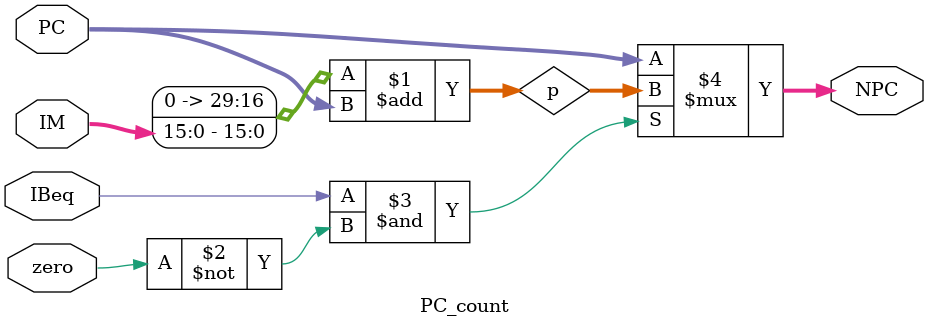
<source format=v>
module PC_count( PC , IM, IBeq , zero , NPC);
input [29:0] PC ;
input [31:0] IM ;
input IBeq , zero ;
output [29:0]NPC ;

wire [29:0] p ;
assign p = {14'b0 , IM [15:0]} + PC;

assign NPC = ( IBeq & ~zero ) ? p  : PC  ;
endmodule
</source>
